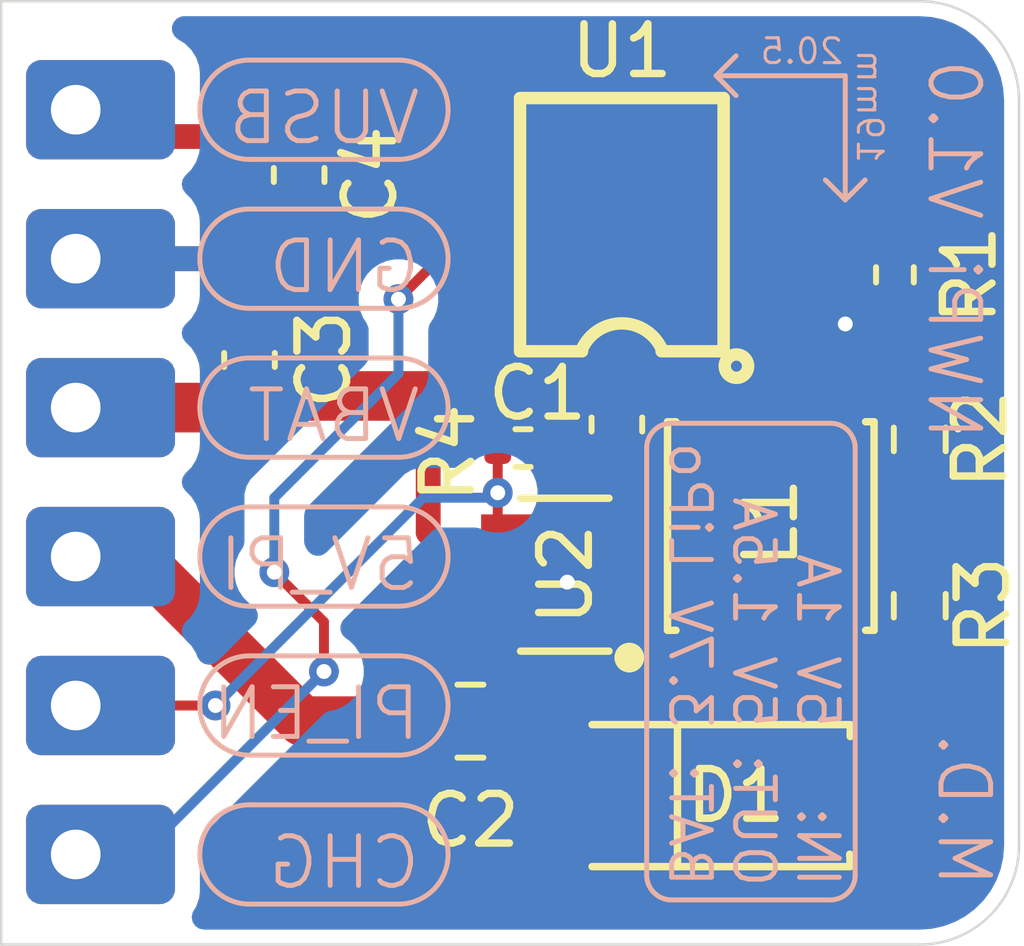
<source format=kicad_pcb>
(kicad_pcb (version 20241229) (generator "pcbnew") (generator_version "9.0")
  (layers (0 "F.Cu" signal) (2 "B.Cu" signal) (13 "F.Paste" user) (15 "B.Paste" user) (5 "F.SilkS" user "F.Silkscreen") (7 "B.SilkS" user "B.Silkscreen") (1 "F.Mask" user) (3 "B.Mask" user) (25 "Edge.Cuts" user))
  (net 0 "")
  (net 1 "GND")
  (net 2 "Net-(D1-A)")
  (net 3 "Net-(U1-PROG)")
  (net 4 "Net-(U2-FB)")
  (net 6 "Net-(J6-Pin_1)")
  (net 8 "Net-(J5-Pin_1)")
  (net 9 "/VBAT")
  (net 10 "/5V_PI")
  (net 11 "/VUSB")
  (footprint "nwpi:WiredPad_3x2mm" (layer "F.Cu") (at 142.5 84.685)
    (property "Reference" "J5" (hide yes))
    (property "Value" "PI_EN" (hide yes))
    (fp_line (start 3.5 -1) (end 6.5 -1) (stroke (width 0.1)) (layer "B.SilkS"))
    (fp_line (start 3.5 1) (end 6.5 1) (stroke (width 0.1)) (layer "B.SilkS"))
    (fp_arc (start 3.5 1) (mid 2.5 0) (end 3.5 -1) (stroke (width 0.1)) (layer "B.SilkS"))
    (fp_arc (start 6.5 -1) (mid 7.5 0) (end 6.5 1) (stroke (width 0.1)) (layer "B.SilkS"))
    (fp_text user "${VALUE}" (at 7 0.75 0) (layer "B.SilkS") (effects (font (thickness 0.1)) (justify left bottom mirror)))
    (pad "1" thru_hole roundrect (at 0 0) (size 3 2) (drill 1 (offset 0.5 0)) (layers "*.Cu" "*.Mask") (roundrect_rratio 0.15) (net 8 "Net-(J5-Pin_1)"))
  )
  (footprint "Capacitor_SMD:C_0805_2012Metric" (layer "F.Cu") (at 150.45 85)
    (property "Reference" "C2" (at 0 2 0) (layer "F.SilkS"))
    (property "Value" "22u" (hide yes))
    (fp_line (start -0.261252 -0.735) (end 0.261252 -0.735) (stroke (width 0.12)) (layer "F.SilkS"))
    (fp_line (start -0.261252 0.735) (end 0.261252 0.735) (stroke (width 0.12)) (layer "F.SilkS"))
    (pad "1" smd roundrect (at -0.95 0) (size 1 1.45) (layers "F.Cu" "F.Mask" "F.Paste") (net 10 "/5V_PI"))
    (pad "2" smd roundrect (at 0.95 0) (size 1 1.45) (layers "F.Cu" "F.Mask" "F.Paste") (net 1 "GND"))
  )
  (footprint "Capacitor_SMD:C_0603_1608Metric" (layer "F.Cu") (at 147 74 -90)
    (property "Reference" "C4" (at 0 -1.43 90) (layer "F.SilkS"))
    (property "Value" "4.7u" (hide yes))
    (fp_line (start -0.14058 0.51) (end 0.14058 0.51) (stroke (width 0.12)) (layer "F.SilkS"))
    (fp_line (start -0.14058 -0.51) (end 0.14058 -0.51) (stroke (width 0.12)) (layer "F.SilkS"))
    (pad "1" smd roundrect (at -0.775 0 270) (size 0.9 0.95) (layers "F.Cu" "F.Mask" "F.Paste") (net 11 "/VUSB"))
    (pad "2" smd roundrect (at 0.775 0 270) (size 0.9 0.95) (layers "F.Cu" "F.Mask" "F.Paste") (net 1 "GND"))
  )
  (footprint "nwpi:WiredPad_3x2mm" (layer "F.Cu") (at 142.5 81.685)
    (property "Reference" "J4" (hide yes))
    (property "Value" "5V_PI" (hide yes))
    (fp_line (start 3.5 -1) (end 6.5 -1) (stroke (width 0.1)) (layer "B.SilkS"))
    (fp_line (start 3.5 1) (end 6.5 1) (stroke (width 0.1)) (layer "B.SilkS"))
    (fp_arc (start 3.5 1) (mid 2.5 0) (end 3.5 -1) (stroke (width 0.1)) (layer "B.SilkS"))
    (fp_arc (start 6.5 -1) (mid 7.5 0) (end 6.5 1) (stroke (width 0.1)) (layer "B.SilkS"))
    (fp_text user "${VALUE}" (at 7 0.75 0) (layer "B.SilkS") (effects (font (thickness 0.1)) (justify left bottom mirror)))
    (pad "1" thru_hole roundrect (at 0 0) (size 3 2) (drill 1 (offset 0.5 0)) (layers "*.Cu" "*.Mask") (roundrect_rratio 0.15) (net 10 "/5V_PI"))
  )
  (footprint "Capacitor_SMD:C_0603_1608Metric" (layer "F.Cu") (at 153.4 79.025 -90)
    (property "Reference" "C1" (at -0.625 1.6 180) (layer "F.SilkS"))
    (property "Value" "10u" (hide yes))
    (fp_line (start -0.14058 0.51) (end 0.14058 0.51) (stroke (width 0.12)) (layer "F.SilkS"))
    (fp_line (start -0.14058 -0.51) (end 0.14058 -0.51) (stroke (width 0.12)) (layer "F.SilkS"))
    (pad "1" smd roundrect (at -0.775 0 270) (size 0.9 0.95) (layers "F.Cu" "F.Mask" "F.Paste") (net 9 "/VBAT"))
    (pad "2" smd roundrect (at 0.775 0 270) (size 0.9 0.95) (layers "F.Cu" "F.Mask" "F.Paste") (net 1 "GND"))
  )
  (footprint "Resistor_SMD:R_0402_1005Metric" (layer "F.Cu") (at 159 76.01 -90)
    (property "Reference" "R1" (at 0 -1.5 90) (layer "F.SilkS"))
    (property "Value" "2k" (hide yes))
    (fp_line (start -0.153641 0.38) (end 0.153641 0.38) (stroke (width 0.12)) (layer "F.SilkS"))
    (fp_line (start -0.153641 -0.38) (end 0.153641 -0.38) (stroke (width 0.12)) (layer "F.SilkS"))
    (pad "1" smd roundrect (at -0.51 0 270) (size 0.54 0.64) (layers "F.Cu" "F.Mask" "F.Paste") (net 3 "Net-(U1-PROG)"))
    (pad "2" smd roundrect (at 0.51 0 270) (size 0.54 0.64) (layers "F.Cu" "F.Mask" "F.Paste") (net 1 "GND"))
  )
  (footprint "nwpi:WiredPad_3x2mm" (layer "F.Cu") (at 142.5 87.685)
    (property "Reference" "J6" (hide yes))
    (property "Value" "CHG_STAT" (hide yes))
    (fp_line (start 3.5 -1) (end 6.5 -1) (stroke (width 0.1)) (layer "B.SilkS"))
    (fp_line (start 3.5 1) (end 6.5 1) (stroke (width 0.1)) (layer "B.SilkS"))
    (fp_arc (start 3.5 1) (mid 2.5 0) (end 3.5 -1) (stroke (width 0.1)) (layer "B.SilkS"))
    (fp_arc (start 6.5 -1) (mid 7.5 0) (end 6.5 1) (stroke (width 0.1)) (layer "B.SilkS"))
    (fp_text user "CHG" (at 7 0.75 0) (layer "B.SilkS") (effects (font (thickness 0.1)) (justify left bottom mirror)))
    (pad "1" thru_hole roundrect (at 0 0) (size 3 2) (drill 1 (offset 0.5 0)) (layers "*.Cu" "*.Mask") (roundrect_rratio 0.15) (net 6 "Net-(J6-Pin_1)"))
  )
  (footprint "Resistor_SMD:R_0603_1608Metric" (layer "F.Cu") (at 159.5 82.675 90)
    (property "Reference" "R3" (at 0 1.276704 90) (layer "F.SilkS"))
    (property "Value" "220k" (hide yes))
    (fp_line (start -0.237258 -0.5225) (end 0.237258 -0.5225) (stroke (width 0.12)) (layer "F.SilkS"))
    (fp_line (start -0.237258 0.5225) (end 0.237258 0.5225) (stroke (width 0.12)) (layer "F.SilkS"))
    (pad "1" smd roundrect (at -0.825 0 90) (size 0.8 0.95) (layers "F.Cu" "F.Mask" "F.Paste") (net 10 "/5V_PI"))
    (pad "2" smd roundrect (at 0.825 0 90) (size 0.8 0.95) (layers "F.Cu" "F.Mask" "F.Paste") (net 4 "Net-(U2-FB)"))
  )
  (footprint "easyeda2kicad:ESOP-8_L4.9-W3.9-P1.27-LS6.0-BL-EP" (layer "F.Cu") (at 153.5 75 90)
    (property "Reference" "U1" (at 3.5 0 180) (layer "F.SilkS"))
    (property "Value" "TP4056" (hide yes))
    (fp_line (start 2.55 -2.05) (end 2.55 2.05) (stroke (width 0.25)) (layer "F.SilkS"))
    (fp_line (start -2.55 -2.05) (end 2.55 -2.05) (stroke (width 0.25)) (layer "F.SilkS"))
    (fp_line (start -2.55 -0.8) (end -2.55 -2.05) (stroke (width 0.25)) (layer "F.SilkS"))
    (fp_line (start -2.55 0.8) (end -2.55 2.05) (stroke (width 0.25)) (layer "F.SilkS"))
    (fp_line (start 2.55 2.05) (end -2.55 2.05) (stroke (width 0.25)) (layer "F.SilkS"))
    (fp_arc (start -2.505609 -0.80257) (mid -1.988586 -0.003085) (end -2.5 0.8) (stroke (width 0.25)) (layer "F.SilkS"))
    (fp_circle (center -2.850021 2.307695) (end -2.739258 2.307695) (stroke (width 0.25)) (fill no) (layer "F.SilkS"))
    (pad "1" smd rect (at -1.91 2.91 90) (size 0.6 1.2) (layers "F.Cu" "F.Mask" "F.Paste") (net 1 "GND"))
    (pad "2" smd rect (at -0.64 2.91 90) (size 0.6 1.2) (layers "F.Cu" "F.Mask" "F.Paste") (net 3 "Net-(U1-PROG)"))
    (pad "3" smd rect (at 0.64 2.91 90) (size 0.6 1.2) (layers "F.Cu" "F.Mask" "F.Paste") (net 1 "GND"))
    (pad "4" smd rect (at 1.91 2.91 90) (size 0.6 1.2) (layers "F.Cu" "F.Mask" "F.Paste") (net 11 "/VUSB"))
    (pad "5" smd rect (at 1.91 -2.91 90) (size 0.6 1.2) (layers "F.Cu" "F.Mask" "F.Paste") (net 9 "/VBAT"))
    (pad "6" smd rect (at 0.64 -2.91 90) (size 0.6 1.2) (layers "F.Cu" "F.Mask" "F.Paste"))
    (pad "7" smd rect (at -0.64 -2.91 90) (size 0.6 1.2) (layers "F.Cu" "F.Mask" "F.Paste") (net 6 "Net-(J6-Pin_1)"))
    (pad "8" smd rect (at -1.91 -2.91 90) (size 0.6 1.2) (layers "F.Cu" "F.Mask" "F.Paste") (net 11 "/VUSB"))
    (pad "9" smd rect (at 0 0 270) (size 3.3 2.4) (layers "F.Cu" "F.Mask" "F.Paste") (net 1 "GND"))
  )
  (footprint "nwpi:WiredPad_3x2mm" (layer "F.Cu") (at 142.5 72.685)
    (property "Reference" "J1" (hide yes))
    (property "Value" "VUSB" (hide yes))
    (fp_line (start 3.5 -1) (end 6.5 -1) (stroke (width 0.1)) (layer "B.SilkS"))
    (fp_line (start 3.5 1) (end 6.5 1) (stroke (width 0.1)) (layer "B.SilkS"))
    (fp_arc (start 3.5 1) (mid 2.5 0) (end 3.5 -1) (stroke (width 0.1)) (layer "B.SilkS"))
    (fp_arc (start 6.5 -1) (mid 7.5 0) (end 6.5 1) (stroke (width 0.1)) (layer "B.SilkS"))
    (fp_text user "${VALUE}" (at 7 0.75 0) (layer "B.SilkS") (effects (font (thickness 0.1)) (justify left bottom mirror)))
    (pad "1" thru_hole roundrect (at 0 0) (size 3 2) (drill 1 (offset 0.5 0)) (layers "*.Cu" "*.Mask") (roundrect_rratio 0.15) (net 11 "/VUSB"))
  )
  (footprint "easyeda2kicad:IND-SMD_L4.0-W4.0_SMNR4020" (layer "F.Cu") (at 156.5 81.07 90)
    (property "Reference" "L1" (at 0.07 0 90) (layer "F.SilkS"))
    (property "Value" "SMNR4020-4R7MT" (hide yes))
    (fp_line (start 2.1 -2.08) (end 2.1 -1.91) (stroke (width 0.15)) (layer "F.SilkS"))
    (fp_line (start -2.1 -2.08) (end 2.1 -2.08) (stroke (width 0.15)) (layer "F.SilkS"))
    (fp_line (start -2.1 -1.91) (end -2.1 -2.08) (stroke (width 0.15)) (layer "F.SilkS"))
    (fp_line (start -2.1 1.91) (end -2.1 2.08) (stroke (width 0.15)) (layer "F.SilkS"))
    (fp_line (start 2.1 2.08) (end 2.1 1.91) (stroke (width 0.15)) (layer "F.SilkS"))
    (fp_line (start -2.1 2.08) (end 2.1 2.08) (stroke (width 0.15)) (layer "F.SilkS"))
    (pad "1" smd rect (at 1.93 0 90) (size 1.87 3.52) (layers "F.Cu" "F.Mask" "F.Paste") (net 9 "/VBAT"))
    (pad "2" smd rect (at -1.93 0 90) (size 1.87 3.52) (layers "F.Cu" "F.Mask" "F.Paste") (net 2 "Net-(D1-A)"))
  )
  (footprint "easyeda2kicad:SMA_L4.3-W2.6-LS5.2-RD" (layer "F.Cu") (at 155.5 86.5)
    (property "Reference" "D1" (at 0.3 0 0) (layer "F.SilkS"))
    (property "Value" "SS34_C8678" (hide yes))
    (fp_line (start -2.6 -1.43) (end 2.6 -1.43) (stroke (width 0.15)) (layer "F.SilkS"))
    (fp_line (start -2.6 1.43) (end 2.6 1.43) (stroke (width 0.15)) (layer "F.SilkS"))
    (fp_line (start -0.88 -1.43) (end -0.88 1.43) (stroke (width 0.15)) (layer "F.SilkS"))
    (fp_line (start 2.59 1.18) (end 2.6 1.41) (stroke (width 0.15)) (layer "F.SilkS"))
    (fp_line (start 2.6 -1.43) (end 2.6 -1.19) (stroke (width 0.15)) (layer "F.SilkS"))
    (pad "1" smd rect (at -2.2 0 180) (size 2 2) (layers "F.Cu" "F.Mask" "F.Paste") (net 10 "/5V_PI"))
    (pad "2" smd rect (at 2.2 0 180) (size 2 2) (layers "F.Cu" "F.Mask" "F.Paste") (net 2 "Net-(D1-A)"))
  )
  (footprint "nwpi:WiredPad_3x2mm" (layer "F.Cu") (at 142.5 78.685)
    (property "Reference" "J3" (hide yes))
    (property "Value" "VBAT" (hide yes))
    (fp_line (start 3.5 -1) (end 6.5 -1) (stroke (width 0.1)) (layer "B.SilkS"))
    (fp_line (start 3.5 1) (end 6.5 1) (stroke (width 0.1)) (layer "B.SilkS"))
    (fp_arc (start 3.5 1) (mid 2.5 0) (end 3.5 -1) (stroke (width 0.1)) (layer "B.SilkS"))
    (fp_arc (start 6.5 -1) (mid 7.5 0) (end 6.5 1) (stroke (width 0.1)) (layer "B.SilkS"))
    (fp_text user "${VALUE}" (at 7 0.75 0) (layer "B.SilkS") (effects (font (thickness 0.1)) (justify left bottom mirror)))
    (pad "1" thru_hole roundrect (at 0 0) (size 3 2) (drill 1 (offset 0.5 0)) (layers "*.Cu" "*.Mask") (roundrect_rratio 0.15) (net 9 "/VBAT"))
  )
  (footprint "easyeda2kicad:SOT-23-6_L2.9-W1.6-P0.95-LS2.8-BL" (layer "F.Cu") (at 152.35 82.05 90)
    (property "Reference" "U2" (at 0 0.018889 90) (layer "F.SilkS"))
    (property "Value" "SX1308" (hide yes))
    (fp_line (start 1.54 0.89) (end 1.54 -0.89) (stroke (width 0.15)) (layer "F.SilkS"))
    (fp_line (start -1.54 0.89) (end -1.54 -0.89) (stroke (width 0.15)) (layer "F.SilkS"))
    (fp_circle (center -1.67 1.3) (end -1.52 1.3) (stroke (width 0.3)) (fill no) (layer "F.SilkS"))
    (pad "1" smd rect (at -0.95 1.15 90) (size 0.53 1.07) (layers "F.Cu" "F.Mask" "F.Paste") (net 2 "Net-(D1-A)"))
    (pad "2" smd rect (at 0 1.15 90) (size 0.53 1.07) (layers "F.Cu" "F.Mask" "F.Paste") (net 1 "GND"))
    (pad "3" smd rect (at 0.95 1.15 90) (size 0.53 1.07) (layers "F.Cu" "F.Mask" "F.Paste") (net 4 "Net-(U2-FB)"))
    (pad "4" smd rect (at 0.95 -1.15 90) (size 0.53 1.07) (layers "F.Cu" "F.Mask" "F.Paste") (net 8 "Net-(J5-Pin_1)"))
    (pad "5" smd rect (at 0 -1.15 90) (size 0.53 1.07) (layers "F.Cu" "F.Mask" "F.Paste") (net 9 "/VBAT"))
    (pad "6" smd rect (at -0.95 -1.15 90) (size 0.53 1.07) (layers "F.Cu" "F.Mask" "F.Paste"))
  )
  (footprint "Resistor_SMD:R_0402_1005Metric" (layer "F.Cu") (at 151.51 79.5)
    (property "Reference" "R4" (at -1.51 0.1 90) (layer "F.SilkS"))
    (property "Value" "10k" (hide yes))
    (fp_line (start -0.153641 -0.38) (end 0.153641 -0.38) (stroke (width 0.12)) (layer "F.SilkS"))
    (fp_line (start -0.153641 0.38) (end 0.153641 0.38) (stroke (width 0.12)) (layer "F.SilkS"))
    (pad "1" smd roundrect (at -0.51 0) (size 0.54 0.64) (layers "F.Cu" "F.Mask" "F.Paste") (net 8 "Net-(J5-Pin_1)"))
    (pad "2" smd roundrect (at 0.51 0) (size 0.54 0.64) (layers "F.Cu" "F.Mask" "F.Paste") (net 1 "GND"))
  )
  (footprint "Capacitor_SMD:C_0603_1608Metric" (layer "F.Cu") (at 146 77.725 90)
    (property "Reference" "C3" (at 0.011367 1.5 270) (layer "F.SilkS"))
    (property "Value" "4.7u" (hide yes))
    (fp_line (start -0.14058 -0.51) (end 0.14058 -0.51) (stroke (width 0.12)) (layer "F.SilkS"))
    (fp_line (start -0.14058 0.51) (end 0.14058 0.51) (stroke (width 0.12)) (layer "F.SilkS"))
    (pad "1" smd roundrect (at -0.775 0 90) (size 0.9 0.95) (layers "F.Cu" "F.Mask" "F.Paste") (net 9 "/VBAT"))
    (pad "2" smd roundrect (at 0.775 0 90) (size 0.9 0.95) (layers "F.Cu" "F.Mask" "F.Paste") (net 1 "GND"))
  )
  (footprint "nwpi:WiredPad_3x2mm" (layer "F.Cu") (at 142.5 75.685)
    (property "Reference" "J2" (hide yes))
    (property "Value" "GND" (hide yes))
    (fp_line (start 3.5 -1) (end 6.5 -1) (stroke (width 0.1)) (layer "B.SilkS"))
    (fp_line (start 3.5 1) (end 6.5 1) (stroke (width 0.1)) (layer "B.SilkS"))
    (fp_arc (start 3.5 1) (mid 2.5 0) (end 3.5 -1) (stroke (width 0.1)) (layer "B.SilkS"))
    (fp_arc (start 6.5 -1) (mid 7.5 0) (end 6.5 1) (stroke (width 0.1)) (layer "B.SilkS"))
    (fp_text user "${VALUE}" (at 7 0.75 0) (layer "B.SilkS") (effects (font (thickness 0.1)) (justify left bottom mirror)))
    (pad "1" thru_hole roundrect (at 0 0) (size 3 2) (drill 1 (offset 0.5 0)) (layers "*.Cu" "*.Mask") (roundrect_rratio 0.15) (net 1 "GND"))
  )
  (footprint "Resistor_SMD:R_0603_1608Metric" (layer "F.Cu") (at 159.5 79.325 90)
    (property "Reference" "R2" (at 0 1.220862 90) (layer "F.SilkS"))
    (property "Value" "30k" (hide yes))
    (fp_line (start -0.237258 -0.5225) (end 0.237258 -0.5225) (stroke (width 0.12)) (layer "F.SilkS"))
    (fp_line (start -0.237258 0.5225) (end 0.237258 0.5225) (stroke (width 0.12)) (layer "F.SilkS"))
    (pad "1" smd roundrect (at -0.825 0 90) (size 0.8 0.95) (layers "F.Cu" "F.Mask" "F.Paste") (net 4 "Net-(U2-FB)"))
    (pad "2" smd roundrect (at 0.825 0 90) (size 0.8 0.95) (layers "F.Cu" "F.Mask" "F.Paste") (net 1 "GND"))
  )
  (gr_line (start 155.4 72) (end 155.8 71.6) (stroke (width 0.1)) (layer "B.SilkS"))
  (gr_line (start 158 74.5) (end 157.6 74.1) (stroke (width 0.1)) (layer "B.SilkS"))
  (gr_line (start 158.2 79.5) (end 158.2 88.1) (stroke (width 0.1)) (layer "B.SilkS"))
  (gr_arc (start 157.7 79) (mid 158.053553 79.146447) (end 158.2 79.5) (stroke (width 0.1)) (layer "B.SilkS"))
  (gr_line (start 158 72) (end 155.4 72) (stroke (width 0.1)) (layer "B.SilkS"))
  (gr_line (start 154 88.1) (end 154 79.5) (stroke (width 0.1)) (layer "B.SilkS"))
  (gr_arc (start 154.5 88.6) (mid 154.146447 88.453553) (end 154 88.1) (stroke (width 0.1)) (layer "B.SilkS"))
  (gr_arc (start 154 79.5) (mid 154.146447 79.146447) (end 154.5 79) (stroke (width 0.1)) (layer "B.SilkS"))
  (gr_line (start 154.5 79) (end 157.7 79) (stroke (width 0.1)) (layer "B.SilkS"))
  (gr_line (start 158 74.5) (end 158.4 74.1) (stroke (width 0.1)) (layer "B.SilkS"))
  (gr_arc (start 158.2 88.1) (mid 158.053553 88.453553) (end 157.7 88.6) (stroke (width 0.1)) (layer "B.SilkS"))
  (gr_line (start 155.4 72) (end 155.8 72.4) (stroke (width 0.1)) (layer "B.SilkS"))
  (gr_line (start 157.7 88.6) (end 154.5 88.6) (stroke (width 0.1)) (layer "B.SilkS"))
  (gr_line (start 158 72) (end 158 74.5) (stroke (width 0.1)) (layer "B.SilkS"))
  (gr_line (start 161.5 72.5) (end 161.5 87.5) (stroke (width 0.05)) (layer "Edge.Cuts"))
  (gr_line (start 159.5 89.5) (end 141 89.5) (stroke (width 0.05)) (layer "Edge.Cuts"))
  (gr_line (start 141 70.5) (end 159.5 70.5) (stroke (width 0.05)) (layer "Edge.Cuts"))
  (gr_line (start 141 89.5) (end 141 70.5) (stroke (width 0.05)) (layer "Edge.Cuts"))
  (gr_arc (start 159.5 70.5) (mid 160.914214 71.085786) (end 161.5 72.5) (stroke (width 0.05)) (layer "Edge.Cuts"))
  (gr_arc (start 161.5 87.5) (mid 160.914214 88.914214) (end 159.5 89.5) (stroke (width 0.05)) (layer "Edge.Cuts"))
  (gr_text "M.D." (at 159.8 88.4 270) (layer "B.SilkS") (effects (font (size 1 1) (thickness 0.1)) (justify left bottom mirror)))
  (gr_text "5V 1A\n5V 1.5A\n3.7V LiPo\n" (at 154.4 85.2 270) (layer "B.SilkS") (effects (font (size 0.8 0.8) (thickness 0.1)) (justify left bottom mirror)))
  (gr_text "NWPi V1.0" (at 159.6 79.4 270) (layer "B.SilkS") (effects (font (size 1 1) (thickness 0.1)) (justify left bottom mirror)))
  (gr_text "19mm" (at 158.2 73.8 270) (layer "B.SilkS") (effects (font (size 0.5 0.5) (thickness 0.0625)) (justify left bottom mirror)))
  (gr_text "IN:\nOUT:\nBAT:\n" (at 154.4 88.4 270) (layer "B.SilkS") (effects (font (size 0.8 0.8) (thickness 0.1)) (justify left bottom mirror)))
  (gr_text "20.5" (at 158 71.8 0) (layer "B.SilkS") (effects (font (size 0.5 0.5) (thickness 0.0625)) (justify left bottom mirror)))
  (segment (start 155.41 76.91) (end 156.41 76.91) (width 0.5) (layer "F.Cu") (net 1))
  (segment (start 159 76.52) (end 158.48 76.52) (width 0.5) (layer "F.Cu") (net 1))
  (segment (start 152.898 80) (end 152.4 80.498) (width 0.5) (layer "F.Cu") (net 1))
  (segment (start 152.4 84) (end 152.4 82.2) (width 0.5) (layer "F.Cu") (net 1))
  (segment (start 146.225 74.775) (end 147 74.775) (width 0.5) (layer "F.Cu") (net 1))
  (segment (start 153.4 80) (end 152.898 80) (width 0.5) (layer "F.Cu") (net 1))
  (segment (start 157.91 76.91) (end 158 77) (width 0.5) (layer "F.Cu") (net 1))
  (segment (start 151.4 85) (end 152.4 84) (width 0.5) (layer "F.Cu") (net 1))
  (segment (start 156.41 76.91) (end 157.91 76.91) (width 0.5) (layer "F.Cu") (net 1))
  (segment (start 152.4 79.88) (end 152.4 82.2) (width 0.5) (layer "F.Cu") (net 1))
  (segment (start 145.315 76.265) (end 146 76.95) (width 0.5) (layer "F.Cu") (net 1))
  (segment (start 152.02 79.5) (end 152.4 79.88) (width 0.5) (layer "F.Cu") (net 1))
  (segment (start 158.98 76.5) (end 159 76.52) (width 0.5) (layer "F.Cu") (net 1))
  (segment (start 145.315 75.685) (end 145.315 76.265) (width 0.5) (layer "F.Cu") (net 1))
  (segment (start 158.48 76.52) (end 158 77) (width 0.5) (layer "F.Cu") (net 1))
  (segment (start 152.4 80.498) (end 152.4 82.2) (width 0.5) (layer "F.Cu") (net 1))
  (segment (start 152.55 82.05) (end 152.4 82.2) (width 0.5) (layer "F.Cu") (net 1))
  (segment (start 145.315 75.685) (end 146.225 74.775) (width 0.5) (layer "F.Cu") (net 1))
  (segment (start 159.5 78.5) (end 158 77) (width 0.5) (layer "F.Cu") (net 1))
  (segment (start 153.5 75) (end 154.14 74.36) (width 0.5) (layer "F.Cu") (net 1))
  (segment (start 154.14 74.36) (end 156.41 74.36) (width 0.5) (layer "F.Cu") (net 1))
  (segment (start 153.5 82.05) (end 152.55 82.05) (width 0.5) (layer "F.Cu") (net 1))
  (segment (start 142.5 75.685) (end 145.315 75.685) (width 0.5) (layer "F.Cu") (net 1))
  (segment (start 153.5 75) (end 155.41 76.91) (width 0.5) (layer "F.Cu") (net 1))
  (via (at 152.4 82.2) (size 0.5) (drill 0.3) (layers "F.Cu" "B.Cu") (net 1))
  (via (at 158 77) (size 0.6) (drill 0.3) (layers "F.Cu" "B.Cu") (net 1))
  (segment (start 156.5 84.8) (end 157.7 86) (width 1) (layer "F.Cu") (net 2))
  (segment (start 156.5 83) (end 156.5 84.8) (width 1) (layer "F.Cu") (net 2))
  (segment (start 153.5 83) (end 153.64 82.86) (width 0.2) (layer "F.Cu") (net 2))
  (segment (start 153.5 83) (end 156.5 83) (width 0.75) (layer "F.Cu") (net 2))
  (segment (start 156.41 75.64) (end 158.86 75.64) (width 0.2) (layer "F.Cu") (net 3))
  (segment (start 158.86 75.64) (end 159 75.5) (width 0.2) (layer "F.Cu") (net 3))
  (segment (start 153.5 81.1) (end 158.55 81.1) (width 0.2) (layer "F.Cu") (net 4))
  (segment (start 158.75 81.1) (end 159.5 81.85) (width 0.2) (layer "F.Cu") (net 4))
  (segment (start 158.55 81.1) (end 159.5 80.15) (width 0.2) (layer "F.Cu") (net 4))
  (segment (start 158.55 81.1) (end 158.75 81.1) (width 0.2) (layer "F.Cu") (net 4))
  (segment (start 147.5 83) (end 147.5 84) (width 0.2) (layer "F.Cu") (net 6))
  (segment (start 149.86 75.64) (end 149 76.5) (width 0.2) (layer "F.Cu") (net 6))
  (segment (start 146.5 82) (end 147.5 83) (width 0.2) (layer "F.Cu") (net 6))
  (segment (start 150.59 75.64) (end 149.86 75.64) (width 0.2) (layer "F.Cu") (net 6))
  (via (at 147.5 84) (size 0.6) (drill 0.3) (layers "F.Cu" "B.Cu") (net 6))
  (via (at 146.5 82) (size 0.6) (drill 0.3) (layers "F.Cu" "B.Cu") (net 6))
  (via (at 149 76.5) (size 0.6) (drill 0.3) (layers "F.Cu" "B.Cu") (net 6))
  (segment (start 147.5 84) (end 143.815 87.685) (width 0.2) (layer "B.Cu") (net 6))
  (segment (start 143.815 87.685) (end 142.5 87.685) (width 0.2) (layer "B.Cu") (net 6))
  (segment (start 149 76.5) (end 149 78) (width 0.2) (layer "B.Cu") (net 6))
  (segment (start 146.5 80.5) (end 146.5 82) (width 0.2) (layer "B.Cu") (net 6))
  (segment (start 149 78) (end 146.5 80.5) (width 0.2) (layer "B.Cu") (net 6))
  (segment (start 145.315 84.685) (end 142.5 84.685) (width 0.2) (layer "F.Cu") (net 8))
  (segment (start 151 79.5) (end 151 80.4) (width 0.2) (layer "F.Cu") (net 8))
  (segment (start 151 80.4) (end 151 80.9) (width 0.2) (layer "F.Cu") (net 8))
  (segment (start 151 80.9) (end 151.2 81.1) (width 0.2) (layer "F.Cu") (net 8))
  (via (at 151 80.4) (size 0.6) (drill 0.3) (layers "F.Cu" "B.Cu") (net 8))
  (via (at 145.315 84.685) (size 0.6) (drill 0.3) (layers "F.Cu" "B.Cu") (net 8))
  (segment (start 151 80.4) (end 150.9 80.5) (width 0.2) (layer "B.Cu") (net 8))
  (segment (start 149.5 80.5) (end 145.315 84.685) (width 0.2) (layer "B.Cu") (net 8))
  (segment (start 150.9 80.5) (end 149.5 80.5) (width 0.2) (layer "B.Cu") (net 8))
  (segment (start 146.05 78.45) (end 146 78.5) (width 1) (layer "F.Cu") (net 9))
  (segment (start 146.926 77.574) (end 146 78.5) (width 0.5) (layer "F.Cu") (net 9))
  (segment (start 149.6 81.2) (end 150.45 82.05) (width 0.5) (layer "F.Cu") (net 9))
  (segment (start 142.5 78.685) (end 145.815 78.685) (width 1) (layer "F.Cu") (net 9))
  (segment (start 150.59 73.09) (end 150.274758 73.09) (width 0.5) (layer "F.Cu") (net 9))
  (segment (start 149.6 78.45) (end 146.05 78.45) (width 1) (layer "F.Cu") (net 9))
  (segment (start 153.4 78.45) (end 149.6 78.45) (width 1) (layer "F.Cu") (net 9))
  (segment (start 155.61 78.25) (end 156.5 79.14) (width 1) (layer "F.Cu") (net 9))
  (segment (start 145.815 78.685) (end 146 78.5) (width 1) (layer "F.Cu") (net 9))
  (segment (start 150.274758 73.09) (end 146.926 76.438758) (width 0.5) (layer "F.Cu") (net 9))
  (segment (start 146.926 76.438758) (end 146.926 77.574) (width 0.5) (layer "F.Cu") (net 9))
  (segment (start 149.6 78.45) (end 149.6 81.2) (width 0.5) (layer "F.Cu") (net 9))
  (segment (start 153.4 78.25) (end 155.61 78.25) (width 1) (layer "F.Cu") (net 9))
  (segment (start 150.45 82.05) (end 151.2 82.05) (width 0.5) (layer "F.Cu") (net 9))
  (segment (start 153.124 86.176) (end 153.3 86) (width 0.5) (layer "F.Cu") (net 10))
  (segment (start 142.5 81.685) (end 143.935 81.685) (width 0.5) (layer "F.Cu") (net 10))
  (segment (start 142.5 81.685) (end 143.747075 81.685) (width 0.5) (layer "F.Cu") (net 10))
  (segment (start 143.747075 81.685) (end 147.062075 85) (width 1) (layer "F.Cu") (net 10))
  (segment (start 159.5 83.5) (end 159.5 87.5) (width 0.2) (layer "F.Cu") (net 10))
  (segment (start 159.5 87.5) (end 158.4 88.6) (width 0.2) (layer "F.Cu") (net 10))
  (segment (start 149.5 85.725) (end 150.275 86.5) (width 1) (layer "F.Cu") (net 10))
  (segment (start 150.662075 88.6) (end 147.062075 85) (width 0.2) (layer "F.Cu") (net 10))
  (segment (start 150.275 86.5) (end 153.3 86.5) (width 1) (layer "F.Cu") (net 10))
  (segment (start 149.5 85) (end 149.5 85.725) (width 1) (layer "F.Cu") (net 10))
  (segment (start 147.062075 85) (end 149.5 85) (width 1) (layer "F.Cu") (net 10))
  (segment (start 158.4 88.6) (end 150.662075 88.6) (width 0.2) (layer "F.Cu") (net 10))
  (segment (start 147 73.225) (end 147.886 72.339) (width 0.5) (layer "F.Cu") (net 11))
  (segment (start 151.491 72.43) (end 151.4 72.339) (width 0.2) (layer "F.Cu") (net 11))
  (segment (start 142.5 72.685) (end 143.04 73.225) (width 0.5) (layer "F.Cu") (net 11))
  (segment (start 152.409 72.339) (end 155.659 72.339) (width 0.5) (layer "F.Cu") (net 11))
  (segment (start 150.59 76.91) (end 150.822 76.91) (width 0.2) (layer "F.Cu") (net 11))
  (segment (start 150.822 76.91) (end 151.491 76.241) (width 0.2) (layer "F.Cu") (net 11))
  (segment (start 151.4 72.339) (end 152.409 72.339) (width 0.5) (layer "F.Cu") (net 11))
  (segment (start 151.491 76.241) (end 151.491 72.43) (width 0.2) (layer "F.Cu") (net 11))
  (segment (start 155.659 72.339) (end 156.41 73.09) (width 0.5) (layer "F.Cu") (net 11))
  (segment (start 143.04 73.225) (end 147 73.225) (width 0.5) (layer "F.Cu") (net 11))
  (segment (start 147.886 72.339) (end 151.4 72.339) (width 0.5) (layer "F.Cu") (net 11))
  (zone (net 1) (net_name "GND") (layer "B.Cu") (connect_pads (clearance 0.5)) (min_thickness 0.5) (fill yes (thermal_gap 0.5) (thermal_bridge_width 0.5))
    (polygon (pts (xy 141 70.5) (xy 161.5 70.5) (xy 161.5 89.5) (xy 141 89.5)))
  )
)
</source>
